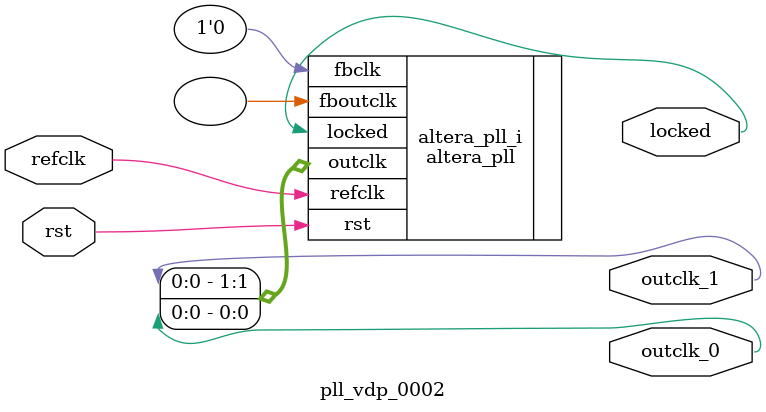
<source format=v>
`timescale 1ns/10ps
module  pll_vdp_0002(

	// interface 'refclk'
	input wire refclk,

	// interface 'reset'
	input wire rst,

	// interface 'outclk0'
	output wire outclk_0,

	// interface 'outclk1'
	output wire outclk_1,

	// interface 'locked'
	output wire locked
);

	altera_pll #(
		.fractional_vco_multiplier("false"),
		.reference_clock_frequency("50.0 MHz"),
		.operation_mode("direct"),
		.number_of_clocks(2),
		.output_clock_frequency0("100.000000 MHz"),
		.phase_shift0("0 ps"),
		.duty_cycle0(50),
		.output_clock_frequency1("25.000000 MHz"),
		.phase_shift1("0 ps"),
		.duty_cycle1(50),
		.output_clock_frequency2("0 MHz"),
		.phase_shift2("0 ps"),
		.duty_cycle2(50),
		.output_clock_frequency3("0 MHz"),
		.phase_shift3("0 ps"),
		.duty_cycle3(50),
		.output_clock_frequency4("0 MHz"),
		.phase_shift4("0 ps"),
		.duty_cycle4(50),
		.output_clock_frequency5("0 MHz"),
		.phase_shift5("0 ps"),
		.duty_cycle5(50),
		.output_clock_frequency6("0 MHz"),
		.phase_shift6("0 ps"),
		.duty_cycle6(50),
		.output_clock_frequency7("0 MHz"),
		.phase_shift7("0 ps"),
		.duty_cycle7(50),
		.output_clock_frequency8("0 MHz"),
		.phase_shift8("0 ps"),
		.duty_cycle8(50),
		.output_clock_frequency9("0 MHz"),
		.phase_shift9("0 ps"),
		.duty_cycle9(50),
		.output_clock_frequency10("0 MHz"),
		.phase_shift10("0 ps"),
		.duty_cycle10(50),
		.output_clock_frequency11("0 MHz"),
		.phase_shift11("0 ps"),
		.duty_cycle11(50),
		.output_clock_frequency12("0 MHz"),
		.phase_shift12("0 ps"),
		.duty_cycle12(50),
		.output_clock_frequency13("0 MHz"),
		.phase_shift13("0 ps"),
		.duty_cycle13(50),
		.output_clock_frequency14("0 MHz"),
		.phase_shift14("0 ps"),
		.duty_cycle14(50),
		.output_clock_frequency15("0 MHz"),
		.phase_shift15("0 ps"),
		.duty_cycle15(50),
		.output_clock_frequency16("0 MHz"),
		.phase_shift16("0 ps"),
		.duty_cycle16(50),
		.output_clock_frequency17("0 MHz"),
		.phase_shift17("0 ps"),
		.duty_cycle17(50),
		.pll_type("General"),
		.pll_subtype("General")
	) altera_pll_i (
		.rst	(rst),
		.outclk	({outclk_1, outclk_0}),
		.locked	(locked),
		.fboutclk	( ),
		.fbclk	(1'b0),
		.refclk	(refclk)
	);
endmodule


</source>
